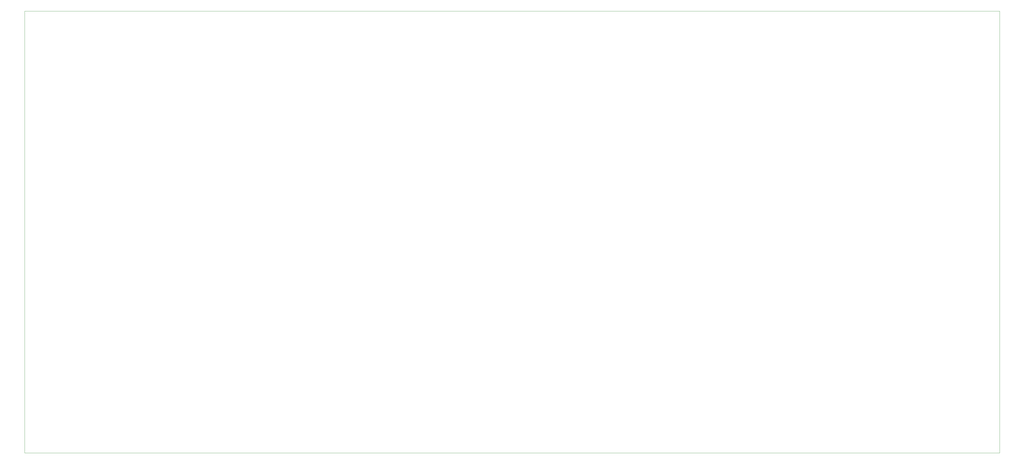
<source format=gbr>
%TF.GenerationSoftware,KiCad,Pcbnew,(6.0.5)*%
%TF.CreationDate,2022-05-29T22:26:07-04:00*%
%TF.ProjectId,pico_keyboard_v1,7069636f-5f6b-4657-9962-6f6172645f76,rev?*%
%TF.SameCoordinates,Original*%
%TF.FileFunction,Profile,NP*%
%FSLAX46Y46*%
G04 Gerber Fmt 4.6, Leading zero omitted, Abs format (unit mm)*
G04 Created by KiCad (PCBNEW (6.0.5)) date 2022-05-29 22:26:07*
%MOMM*%
%LPD*%
G01*
G04 APERTURE LIST*
%TA.AperFunction,Profile*%
%ADD10C,0.100000*%
%TD*%
G04 APERTURE END LIST*
D10*
X36000000Y-73000000D02*
X378000000Y-73000000D01*
X378000000Y-73000000D02*
X378000000Y-228000000D01*
X378000000Y-228000000D02*
X36000000Y-228000000D01*
X36000000Y-228000000D02*
X36000000Y-73000000D01*
M02*

</source>
